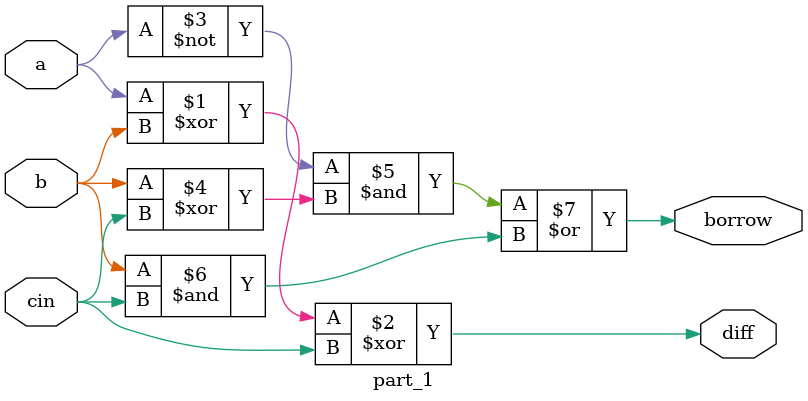
<source format=v>
module part_1(input a,b,cin, output diff,borrow);
assign diff=a^b^cin;
assign borrow=~a & (b^cin) | b & cin;
endmodule
</source>
